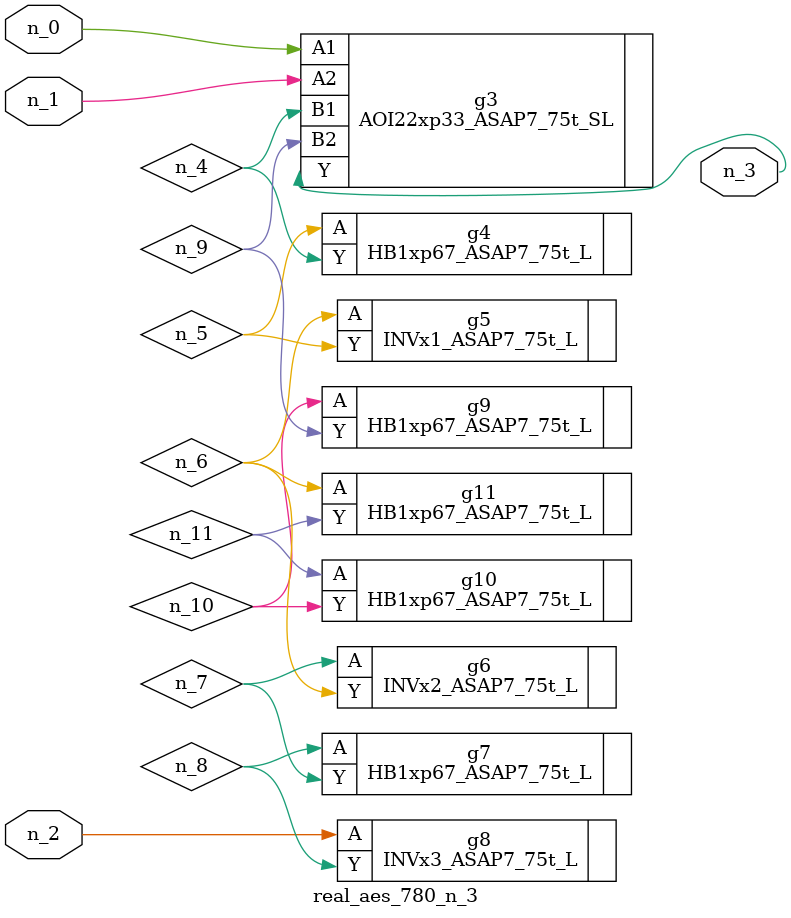
<source format=v>
module real_aes_780_n_3 (n_0, n_2, n_1, n_3);
input n_0;
input n_2;
input n_1;
output n_3;
wire n_4;
wire n_5;
wire n_7;
wire n_9;
wire n_6;
wire n_8;
wire n_10;
wire n_11;
AOI22xp33_ASAP7_75t_SL g3 ( .A1(n_0), .A2(n_1), .B1(n_4), .B2(n_9), .Y(n_3) );
INVx3_ASAP7_75t_L g8 ( .A(n_2), .Y(n_8) );
HB1xp67_ASAP7_75t_L g4 ( .A(n_5), .Y(n_4) );
INVx1_ASAP7_75t_L g5 ( .A(n_6), .Y(n_5) );
HB1xp67_ASAP7_75t_L g11 ( .A(n_6), .Y(n_11) );
INVx2_ASAP7_75t_L g6 ( .A(n_7), .Y(n_6) );
HB1xp67_ASAP7_75t_L g7 ( .A(n_8), .Y(n_7) );
HB1xp67_ASAP7_75t_L g9 ( .A(n_10), .Y(n_9) );
HB1xp67_ASAP7_75t_L g10 ( .A(n_11), .Y(n_10) );
endmodule
</source>
